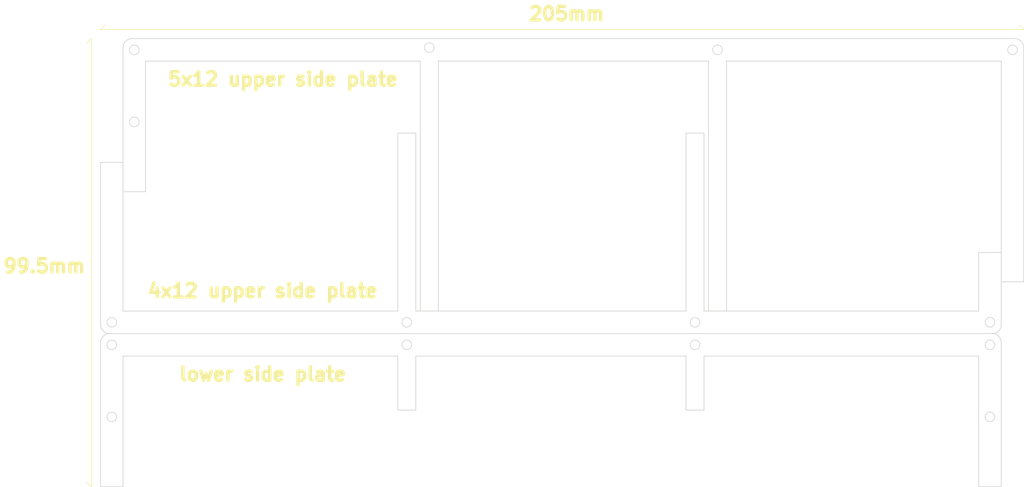
<source format=kicad_pcb>
(kicad_pcb (version 20171130) (host pcbnew "(5.0.2)-1")

  (general
    (thickness 1.6)
    (drawings 61)
    (tracks 0)
    (zones 0)
    (modules 15)
    (nets 1)
  )

  (page A4)
  (title_block
    (title "Ukiha Keyboard")
    (rev 2)
    (company @e3w2q)
  )

  (layers
    (0 F.Cu signal)
    (31 B.Cu signal)
    (32 B.Adhes user hide)
    (33 F.Adhes user)
    (34 B.Paste user)
    (35 F.Paste user)
    (36 B.SilkS user)
    (37 F.SilkS user)
    (38 B.Mask user hide)
    (39 F.Mask user hide)
    (40 Dwgs.User user hide)
    (41 Cmts.User user)
    (42 Eco1.User user)
    (43 Eco2.User user)
    (44 Edge.Cuts user)
    (45 Margin user)
    (46 B.CrtYd user hide)
    (47 F.CrtYd user)
    (48 B.Fab user)
    (49 F.Fab user)
  )

  (setup
    (last_trace_width 0.25)
    (trace_clearance 0.2)
    (zone_clearance 0.3)
    (zone_45_only no)
    (trace_min 0.2)
    (segment_width 1)
    (edge_width 0.15)
    (via_size 0.8)
    (via_drill 0.4)
    (via_min_size 0.6)
    (via_min_drill 0.3)
    (uvia_size 0.3)
    (uvia_drill 0.1)
    (uvias_allowed no)
    (uvia_min_size 0.2)
    (uvia_min_drill 0.1)
    (pcb_text_width 0.3)
    (pcb_text_size 1.5 1.5)
    (mod_edge_width 0.15)
    (mod_text_size 1 1)
    (mod_text_width 0.15)
    (pad_size 2 1.2)
    (pad_drill 1.2)
    (pad_to_mask_clearance 0.2)
    (solder_mask_min_width 0.25)
    (aux_axis_origin 27.102501 36.80625)
    (grid_origin 27.102501 36.80625)
    (visible_elements 7FFFFFEF)
    (pcbplotparams
      (layerselection 0x01000_7ffffffe)
      (usegerberextensions false)
      (usegerberattributes false)
      (usegerberadvancedattributes false)
      (creategerberjobfile false)
      (excludeedgelayer true)
      (linewidth 0.100000)
      (plotframeref false)
      (viasonmask false)
      (mode 1)
      (useauxorigin false)
      (hpglpennumber 1)
      (hpglpenspeed 20)
      (hpglpendiameter 15.000000)
      (psnegative false)
      (psa4output false)
      (plotreference true)
      (plotvalue true)
      (plotinvisibletext false)
      (padsonsilk false)
      (subtractmaskfromsilk true)
      (outputformat 5)
      (mirror false)
      (drillshape 0)
      (scaleselection 1)
      (outputdirectory "../ukiha-gerber/"))
  )

  (net 0 "")

  (net_class Default "This is the default net class."
    (clearance 0.2)
    (trace_width 0.25)
    (via_dia 0.8)
    (via_drill 0.4)
    (uvia_dia 0.3)
    (uvia_drill 0.1)
  )

  (net_class PWR ""
    (clearance 0.2)
    (trace_width 0.5)
    (via_dia 0.8)
    (via_drill 0.4)
    (uvia_dia 0.6)
    (uvia_drill 0.2)
  )

  (net_class VCC ""
    (clearance 0.2)
    (trace_width 0.5)
    (via_dia 0.8)
    (via_drill 0.4)
    (uvia_dia 0.3)
    (uvia_drill 0.1)
  )

  (module "#footprint:M2_Hole_Edge.Cuts" (layer F.Cu) (tedit 5E64FB56) (tstamp 5FA17114)
    (at 159.102501 104.80625 180)
    (descr "Resitance 3 pas")
    (tags R)
    (autoplace_cost180 10)
    (fp_text reference "" (at 0 1.651 180) (layer F.Fab) hide
      (effects (font (size 0.8128 0.8128) (thickness 0.15)))
    )
    (fp_text value "" (at 0 -1.4605 180) (layer F.Fab) hide
      (effects (font (size 0.5 0.5) (thickness 0.125)))
    )
    (fp_circle (center 0 0) (end 1.07 0) (layer Edge.Cuts) (width 0.15))
  )

  (module "#footprint:M2_Hole_Edge.Cuts" (layer F.Cu) (tedit 5E64FB56) (tstamp 5FA17110)
    (at 224.602501 120.80625 180)
    (descr "Resitance 3 pas")
    (tags R)
    (autoplace_cost180 10)
    (fp_text reference "" (at 0 1.651 180) (layer F.Fab) hide
      (effects (font (size 0.8128 0.8128) (thickness 0.15)))
    )
    (fp_text value "" (at 0 -1.4605 180) (layer F.Fab) hide
      (effects (font (size 0.5 0.5) (thickness 0.125)))
    )
    (fp_circle (center 0 0) (end 1.07 0) (layer Edge.Cuts) (width 0.15))
  )

  (module "#footprint:M2_Hole_Edge.Cuts" (layer F.Cu) (tedit 5E64FB56) (tstamp 5FA170F8)
    (at 224.602501 104.80625 180)
    (descr "Resitance 3 pas")
    (tags R)
    (autoplace_cost180 10)
    (fp_text reference "" (at 0 1.651 180) (layer F.Fab) hide
      (effects (font (size 0.8128 0.8128) (thickness 0.15)))
    )
    (fp_text value "" (at 0 -1.4605 180) (layer F.Fab) hide
      (effects (font (size 0.5 0.5) (thickness 0.125)))
    )
    (fp_circle (center 0 0) (end 1.07 0) (layer Edge.Cuts) (width 0.15))
  )

  (module "#footprint:M2_Hole_Edge.Cuts" (layer B.Cu) (tedit 5E64FB56) (tstamp 5FA170F4)
    (at 95.102501 104.80625)
    (descr "Resitance 3 pas")
    (tags R)
    (autoplace_cost180 10)
    (fp_text reference "" (at 0 -1.651) (layer B.Fab) hide
      (effects (font (size 0.8128 0.8128) (thickness 0.15)) (justify mirror))
    )
    (fp_text value "" (at 0 1.4605) (layer B.Fab) hide
      (effects (font (size 0.5 0.5) (thickness 0.125)) (justify mirror))
    )
    (fp_circle (center 0 0) (end 1.07 0) (layer Edge.Cuts) (width 0.15))
  )

  (module "#footprint:M2_Hole_Edge.Cuts" (layer B.Cu) (tedit 5E64FB56) (tstamp 5FA170F0)
    (at 29.602501 120.80625)
    (descr "Resitance 3 pas")
    (tags R)
    (autoplace_cost180 10)
    (fp_text reference "" (at 0 -1.651) (layer B.Fab) hide
      (effects (font (size 0.8128 0.8128) (thickness 0.15)) (justify mirror))
    )
    (fp_text value "" (at 0 1.4605) (layer B.Fab) hide
      (effects (font (size 0.5 0.5) (thickness 0.125)) (justify mirror))
    )
    (fp_circle (center 0 0) (end 1.07 0) (layer Edge.Cuts) (width 0.15))
  )

  (module "#footprint:M2_Hole_Edge.Cuts" (layer B.Cu) (tedit 5E64FB56) (tstamp 5FA170EC)
    (at 29.602501 104.80625)
    (descr "Resitance 3 pas")
    (tags R)
    (autoplace_cost180 10)
    (fp_text reference "" (at 0 -1.651) (layer B.Fab) hide
      (effects (font (size 0.8128 0.8128) (thickness 0.15)) (justify mirror))
    )
    (fp_text value "" (at 0 1.4605) (layer B.Fab) hide
      (effects (font (size 0.5 0.5) (thickness 0.125)) (justify mirror))
    )
    (fp_circle (center 0 0) (end 1.07 0) (layer Edge.Cuts) (width 0.15))
  )

  (module "#footprint:M2_Hole_Edge.Cuts" (layer B.Cu) (tedit 5E64FB56) (tstamp 5FA17066)
    (at 29.602501 99.80625)
    (descr "Resitance 3 pas")
    (tags R)
    (autoplace_cost180 10)
    (fp_text reference "" (at 0 -1.651) (layer B.Fab) hide
      (effects (font (size 0.8128 0.8128) (thickness 0.15)) (justify mirror))
    )
    (fp_text value "" (at 0 1.4605) (layer B.Fab) hide
      (effects (font (size 0.5 0.5) (thickness 0.125)) (justify mirror))
    )
    (fp_circle (center 0 0) (end 1.07 0) (layer Edge.Cuts) (width 0.15))
  )

  (module "#footprint:M2_Hole_Edge.Cuts" (layer B.Cu) (tedit 5E64FB56) (tstamp 5FA1705A)
    (at 95.102501 99.80625)
    (descr "Resitance 3 pas")
    (tags R)
    (autoplace_cost180 10)
    (fp_text reference "" (at 0 -1.651) (layer B.Fab) hide
      (effects (font (size 0.8128 0.8128) (thickness 0.15)) (justify mirror))
    )
    (fp_text value "" (at 0 1.4605) (layer B.Fab) hide
      (effects (font (size 0.5 0.5) (thickness 0.125)) (justify mirror))
    )
    (fp_circle (center 0 0) (end 1.07 0) (layer Edge.Cuts) (width 0.15))
  )

  (module "#footprint:M2_Hole_Edge.Cuts" (layer B.Cu) (tedit 5E64FB56) (tstamp 5F94363B)
    (at 229.602501 39.30625 180)
    (descr "Resitance 3 pas")
    (tags R)
    (autoplace_cost180 10)
    (fp_text reference "" (at 0 -1.651 180) (layer B.Fab) hide
      (effects (font (size 0.8128 0.8128) (thickness 0.15)) (justify mirror))
    )
    (fp_text value "" (at 0 1.4605 180) (layer B.Fab) hide
      (effects (font (size 0.5 0.5) (thickness 0.125)) (justify mirror))
    )
    (fp_circle (center 0 0) (end 1.07 0) (layer Edge.Cuts) (width 0.15))
  )

  (module "#footprint:M2_Hole_Edge.Cuts" (layer B.Cu) (tedit 5E64FB56) (tstamp 5F94362F)
    (at 164.102501 39.30625 180)
    (descr "Resitance 3 pas")
    (tags R)
    (autoplace_cost180 10)
    (fp_text reference "" (at 0 -1.651 180) (layer B.Fab) hide
      (effects (font (size 0.8128 0.8128) (thickness 0.15)) (justify mirror))
    )
    (fp_text value "" (at 0 1.4605 180) (layer B.Fab) hide
      (effects (font (size 0.5 0.5) (thickness 0.125)) (justify mirror))
    )
    (fp_circle (center 0 0) (end 1.07 0) (layer Edge.Cuts) (width 0.15))
  )

  (module "#footprint:M2_Hole_Edge.Cuts" (layer F.Cu) (tedit 5E64FB56) (tstamp 5FA17024)
    (at 224.602501 99.80625 180)
    (descr "Resitance 3 pas")
    (tags R)
    (autoplace_cost180 10)
    (fp_text reference "" (at 0 1.651 180) (layer F.Fab) hide
      (effects (font (size 0.8128 0.8128) (thickness 0.15)))
    )
    (fp_text value "" (at 0 -1.4605 180) (layer F.Fab) hide
      (effects (font (size 0.5 0.5) (thickness 0.125)))
    )
    (fp_circle (center 0 0) (end 1.07 0) (layer Edge.Cuts) (width 0.15))
  )

  (module "#footprint:M2_Hole_Edge.Cuts" (layer F.Cu) (tedit 5E64FB56) (tstamp 5FA17018)
    (at 159.102501 99.80625 180)
    (descr "Resitance 3 pas")
    (tags R)
    (autoplace_cost180 10)
    (fp_text reference "" (at 0 1.651 180) (layer F.Fab) hide
      (effects (font (size 0.8128 0.8128) (thickness 0.15)))
    )
    (fp_text value "" (at 0 -1.4605 180) (layer F.Fab) hide
      (effects (font (size 0.5 0.5) (thickness 0.125)))
    )
    (fp_circle (center 0 0) (end 1.07 0) (layer Edge.Cuts) (width 0.15))
  )

  (module "#footprint:M2_Hole_Edge.Cuts" (layer F.Cu) (tedit 5E64FB56) (tstamp 5F87378E)
    (at 34.602501 39.30625)
    (descr "Resitance 3 pas")
    (tags R)
    (autoplace_cost180 10)
    (fp_text reference "" (at 0 1.651) (layer F.Fab) hide
      (effects (font (size 0.8128 0.8128) (thickness 0.15)))
    )
    (fp_text value "" (at 0 -1.4605) (layer F.Fab) hide
      (effects (font (size 0.5 0.5) (thickness 0.125)))
    )
    (fp_circle (center 0 0) (end 1.07 0) (layer Edge.Cuts) (width 0.15))
  )

  (module "#footprint:M2_Hole_Edge.Cuts" (layer F.Cu) (tedit 5E64FB56) (tstamp 5F87378A)
    (at 100.102501 38.80625)
    (descr "Resitance 3 pas")
    (tags R)
    (autoplace_cost180 10)
    (fp_text reference "" (at 0 1.651) (layer F.Fab) hide
      (effects (font (size 0.8128 0.8128) (thickness 0.15)))
    )
    (fp_text value "" (at 0 -1.4605) (layer F.Fab) hide
      (effects (font (size 0.5 0.5) (thickness 0.125)))
    )
    (fp_circle (center 0 0) (end 1.07 0) (layer Edge.Cuts) (width 0.15))
  )

  (module "#footprint:M2_Hole_Edge.Cuts" (layer F.Cu) (tedit 5E64FB56) (tstamp 5F873786)
    (at 34.602501 55.30625)
    (descr "Resitance 3 pas")
    (tags R)
    (autoplace_cost180 10)
    (fp_text reference "" (at 0 1.651) (layer F.Fab) hide
      (effects (font (size 0.8128 0.8128) (thickness 0.15)))
    )
    (fp_text value "" (at 0 -1.4605) (layer F.Fab) hide
      (effects (font (size 0.5 0.5) (thickness 0.125)))
    )
    (fp_circle (center 0 0) (end 1.07 0) (layer Edge.Cuts) (width 0.15))
  )

  (gr_text "lower side plate" (at 63.102501 111.30625) (layer F.SilkS) (tstamp 5FA17915)
    (effects (font (size 3 3) (thickness 0.75)))
  )
  (gr_text "4x12 upper side plate" (at 63.102501 92.80625) (layer F.SilkS) (tstamp 5FA1787F)
    (effects (font (size 3 3) (thickness 0.75)))
  )
  (gr_text "5x12 upper side plate" (at 67.602501 45.80625) (layer F.SilkS) (tstamp 5FA1783A)
    (effects (font (size 3 3) (thickness 0.75)))
  )
  (gr_line (start 222.102501 136.30625) (end 227.102501 136.30625) (layer Edge.Cuts) (width 0.15) (tstamp 5FA172AF))
  (gr_text 99.5mm (at 14.602501 87.30625) (layer F.SilkS) (tstamp 5FA17304)
    (effects (font (size 3 3) (thickness 0.75)))
  )
  (gr_line (start 25.102501 136.30625) (end 24.102501 135.30625) (layer F.SilkS) (width 0.15))
  (gr_line (start 25.102501 36.80625) (end 25.102501 136.30625) (layer F.SilkS) (width 0.15))
  (gr_line (start 24.102501 37.80625) (end 25.102501 36.80625) (layer F.SilkS) (width 0.15))
  (gr_text 205mm (at 130.602501 31.30625) (layer F.SilkS)
    (effects (font (size 3 3) (thickness 0.75)))
  )
  (gr_line (start 97.102501 107.30625) (end 157.102501 107.30625) (layer Edge.Cuts) (width 0.15) (tstamp 5FA1710F))
  (gr_line (start 161.102501 107.30625) (end 161.102501 119.30625) (layer Edge.Cuts) (width 0.15) (tstamp 5FA1710E))
  (gr_line (start 222.102501 107.30625) (end 161.102501 107.30625) (layer Edge.Cuts) (width 0.15) (tstamp 5FA1710D))
  (gr_line (start 27.102501 104.30625) (end 27.102501 136.30625) (layer Edge.Cuts) (width 0.15) (tstamp 5FA1710C))
  (gr_line (start 222.102501 136.30625) (end 222.102501 107.30625) (layer Edge.Cuts) (width 0.15) (tstamp 5FA1710B))
  (gr_line (start 27.102501 136.30625) (end 32.102501 136.30625) (layer Edge.Cuts) (width 0.15) (tstamp 5FA1710A))
  (gr_line (start 161.102501 119.30625) (end 157.102501 119.30625) (layer Edge.Cuts) (width 0.15) (tstamp 5FA17109))
  (gr_line (start 157.102501 119.30625) (end 157.102501 107.30625) (layer Edge.Cuts) (width 0.15) (tstamp 5FA17108))
  (gr_arc (start 225.102501 104.30625) (end 227.102501 104.30625) (angle -90) (layer Edge.Cuts) (width 0.15) (tstamp 5FA17106))
  (gr_arc (start 29.102501 104.30625) (end 27.102501 104.30625) (angle 90) (layer Edge.Cuts) (width 0.15) (tstamp 5FA17105))
  (gr_line (start 227.102501 104.30625) (end 227.102501 136.30625) (layer Edge.Cuts) (width 0.15) (tstamp 5FA17104))
  (gr_line (start 93.102501 107.30625) (end 93.102501 119.30625) (layer Edge.Cuts) (width 0.15) (tstamp 5FA17101))
  (gr_line (start 93.102501 119.30625) (end 97.102501 119.30625) (layer Edge.Cuts) (width 0.15) (tstamp 5FA170FE))
  (gr_line (start 32.102501 107.30625) (end 93.102501 107.30625) (layer Edge.Cuts) (width 0.15) (tstamp 5FA170FD))
  (gr_line (start 97.102501 119.30625) (end 97.102501 107.30625) (layer Edge.Cuts) (width 0.15) (tstamp 5FA170FC))
  (gr_line (start 34.602501 39.30625) (end 34.602501 55.30625) (layer F.Fab) (width 0.15))
  (gr_line (start 27.102501 34.80625) (end 28.102501 33.80625) (layer F.SilkS) (width 0.15))
  (gr_line (start 232.102501 34.80625) (end 231.102501 33.80625) (layer F.SilkS) (width 0.15))
  (gr_line (start 27.102501 34.80625) (end 232.102501 34.80625) (layer F.SilkS) (width 0.15))
  (gr_line (start 29.102501 102.30625) (end 225.102501 102.30625) (layer Edge.Cuts) (width 0.15) (tstamp 5FA1707E))
  (gr_arc (start 29.102501 100.30625) (end 29.102501 102.30625) (angle 90) (layer Edge.Cuts) (width 0.15) (tstamp 5FA1707B))
  (gr_line (start 27.102501 100.30625) (end 27.102501 64.30625) (layer Edge.Cuts) (width 0.15) (tstamp 5FA17078))
  (gr_line (start 93.102501 57.80625) (end 93.102501 97.30625) (layer Edge.Cuts) (width 0.15) (tstamp 5FA17075))
  (gr_line (start 27.102501 64.30625) (end 32.102501 64.30625) (layer Edge.Cuts) (width 0.15) (tstamp 5FA1706F))
  (gr_line (start 157.102501 97.30625) (end 97.102501 97.30625) (layer Edge.Cuts) (width 0.15) (tstamp 5FA1704B))
  (gr_line (start 93.102501 97.30625) (end 32.102501 97.30625) (layer Edge.Cuts) (width 0.15) (tstamp 5FA17054))
  (gr_line (start 97.102501 97.30625) (end 97.102501 57.80625) (layer Edge.Cuts) (width 0.15) (tstamp 5FA1704E))
  (gr_line (start 97.102501 57.80625) (end 93.102501 57.80625) (layer Edge.Cuts) (width 0.15) (tstamp 5FA17051))
  (gr_line (start 157.102501 57.80625) (end 161.102501 57.80625) (layer Edge.Cuts) (width 0.15) (tstamp 5FA17048))
  (gr_line (start 32.102501 136.30625) (end 32.102501 107.30625) (layer Edge.Cuts) (width 0.15) (tstamp 5F8738C0))
  (gr_line (start 232.102501 38.80625) (end 232.102501 90.80625) (layer Edge.Cuts) (width 0.15) (tstamp 5F943629))
  (gr_line (start 227.102501 100.30625) (end 227.102501 41.80625) (layer Edge.Cuts) (width 0.15) (tstamp 5F943614))
  (gr_arc (start 230.102501 38.80625) (end 230.102501 36.80625) (angle 90) (layer Edge.Cuts) (width 0.15) (tstamp 5F943617))
  (gr_line (start 232.102501 90.80625) (end 227.102501 90.80625) (layer Edge.Cuts) (width 0.15) (tstamp 5F94360B))
  (gr_line (start 166.102501 97.30625) (end 166.102501 41.80625) (layer Edge.Cuts) (width 0.15) (tstamp 5F943626))
  (gr_line (start 162.102501 41.80625) (end 162.102501 97.30625) (layer Edge.Cuts) (width 0.15) (tstamp 5F94361A))
  (gr_line (start 166.102501 41.80625) (end 227.102501 41.80625) (layer Edge.Cuts) (width 0.15) (tstamp 5F943620))
  (gr_line (start 32.102501 38.80625) (end 32.102501 97.30625) (layer Edge.Cuts) (width 0.15))
  (gr_line (start 222.102501 97.30625) (end 222.102501 84.30625) (layer Edge.Cuts) (width 0.15) (tstamp 5FA1703F))
  (gr_line (start 161.102501 97.30625) (end 222.102501 97.30625) (layer Edge.Cuts) (width 0.15) (tstamp 5FA17045))
  (gr_line (start 222.102501 84.30625) (end 227.102501 84.30625) (layer Edge.Cuts) (width 0.15) (tstamp 5FA17030))
  (gr_line (start 157.102501 97.30625) (end 157.102501 57.80625) (layer Edge.Cuts) (width 0.15) (tstamp 5FA1703C))
  (gr_line (start 161.102501 57.80625) (end 161.102501 97.30625) (layer Edge.Cuts) (width 0.15) (tstamp 5FA17042))
  (gr_arc (start 225.102501 100.30625) (end 225.102501 102.30625) (angle -90) (layer Edge.Cuts) (width 0.15) (tstamp 5FA17036))
  (gr_arc (start 34.102501 38.80625) (end 34.102501 36.80625) (angle -90) (layer Edge.Cuts) (width 0.15) (tstamp 5F87379D))
  (gr_line (start 34.102501 36.80625) (end 230.102501 36.80625) (layer Edge.Cuts) (width 0.15) (tstamp 5F87379C))
  (gr_line (start 162.102501 41.80625) (end 102.102501 41.80625) (layer Edge.Cuts) (width 0.15) (tstamp 5F87379B))
  (gr_line (start 37.102501 70.80625) (end 32.102501 70.80625) (layer Edge.Cuts) (width 0.15) (tstamp 5F87379A))
  (gr_line (start 98.102501 97.30625) (end 98.102501 41.80625) (layer Edge.Cuts) (width 0.15) (tstamp 5F873798))
  (gr_line (start 37.102501 41.80625) (end 37.102501 70.80625) (layer Edge.Cuts) (width 0.15) (tstamp 5F873795))
  (gr_line (start 102.102501 41.80625) (end 102.102501 97.30625) (layer Edge.Cuts) (width 0.15) (tstamp 5F873793))
  (gr_line (start 98.102501 41.80625) (end 37.102501 41.80625) (layer Edge.Cuts) (width 0.15) (tstamp 5F873792))

)

</source>
